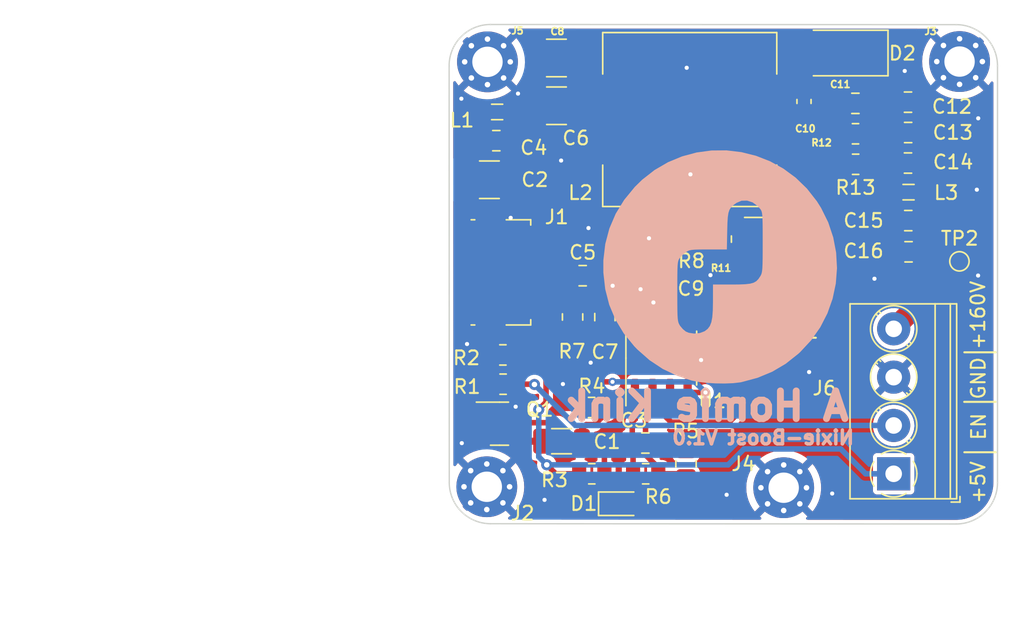
<source format=kicad_pcb>
(kicad_pcb (version 20211014) (generator pcbnew)
  (layers (0 "F.Cu" signal) (31 "B.Cu" signal) (34 "B.Paste" user) (35 "F.Paste" user) (36 "B.SilkS" user "B.Silkscreen") (37 "F.SilkS" user "F.Silkscreen") (38 "B.Mask" user) (39 "F.Mask" user) (44 "Edge.Cuts" user))
  (net 0 "")
  (net 1 "Net-(C1-Pad1)")
  (net 2 "GND")
  (net 3 "+5V")
  (net 4 "/COMP")
  (net 5 "Net-(C3-Pad2)")
  (net 6 "Net-(C5-Pad1)")
  (net 7 "+5V_1")
  (net 8 "/REF")
  (net 9 "Net-(C9-Pad1)")
  (net 10 "Net-(C10-Pad1)")
  (net 11 "Net-(C11-Pad1)")
  (net 12 "/FB")
  (net 13 "+160V")
  (net 14 "Net-(J1-Pad2)")
  (net 16 "/ENABLE")
  (net 17 "Net-(Q1-Pad1)")
  (net 18 "Net-(Q2-Pad1)")
  (net 19 "Net-(Q2-Pad4)")
  (net 20 "Net-(R10-Pad1)")
  (footprint "Inductor_SMD:L_0805_2012Metric" (layer "F.Cu") (at 123.89 85.71 180)
    (fp_text reference "L1" (at 2.55 -0.6) (layer "F.SilkS"))
    (fp_text value "60Ohm/100Mhz")
    (pad "1" smd roundrect locked (at -1.0625 0 180) (size 0.875 1.2) (layers "F.Cu" "F.Paste" "F.Mask") (net 7 "+5V_1"))
    (pad "2" smd roundrect locked (at 1.0625 0 180) (size 0.875 1.2) (layers "F.Cu" "F.Paste" "F.Mask") (net 3 "+5V"))
  )
  (footprint "Resistor_SMD:R_0805_2012Metric" (layer "F.Cu") (at 140.11 94.92 -90)
    (fp_text reference "R11" (at 2.1 0.01 180) (layer "F.SilkS") (effects (font (size 0.5 0.5) (thickness 0.125))))
    (fp_text value "0.1R,1/2W")
    (pad "1" smd roundrect locked (at -0.9125 0 270) (size 1.025 1.4) (layers "F.Cu" "F.Paste" "F.Mask") (roundrect_rratio 0.243902) (net 18 "Net-(Q2-Pad1)"))
    (pad "2" smd roundrect locked (at 0.9125 0 270) (size 1.025 1.4) (layers "F.Cu" "F.Paste" "F.Mask") (roundrect_rratio 0.243902) (net 2 "GND"))
  )
  (footprint "Resistor_SMD:R_0805_2012Metric" (layer "F.Cu") (at 129.35 100.56 90)
    (fp_text reference "R7" (at -2.49 -0.05 180) (layer "F.SilkS"))
    (fp_text value "60.4k")
    (pad "1" smd roundrect locked (at -0.9125 0 90) (size 1.025 1.4) (layers "F.Cu" "F.Paste" "F.Mask") (roundrect_rratio 0.243902) (net 8 "/REF"))
    (pad "2" smd roundrect locked (at 0.9125 0 90) (size 1.025 1.4) (layers "F.Cu" "F.Paste" "F.Mask") (roundrect_rratio 0.243902) (net 6 "Net-(C5-Pad1)"))
  )
  (footprint "Package_TO_SOT_SMD:SOT-23" (layer "F.Cu") (at 124.06 108.29)
    (fp_text reference "Q1" (at 2.905 -1.03 180) (layer "F.SilkS"))
    (fp_text value "MMBTA42")
    (pad "1" smd roundrect locked (at -0.9375 -0.95) (size 1.475 0.6) (layers "F.Cu" "F.Paste" "F.Mask") (net 17 "Net-(Q1-Pad1)"))
    (pad "2" smd roundrect locked (at -0.9375 0.95) (size 1.475 0.6) (layers "F.Cu" "F.Paste" "F.Mask") (net 2 "GND"))
    (pad "3" smd roundrect locked (at 0.9375 0) (size 1.475 0.6) (layers "F.Cu" "F.Paste" "F.Mask") (net 1 "Net-(C1-Pad1)"))
  )
  (footprint "Capacitor_SMD:C_1210_3225Metric" (layer "F.Cu") (at 123.33 90.62 180)
    (fp_text reference "C2" (at -3.29 0) (layer "F.SilkS"))
    (fp_text value "100uF/16V")
    (pad "1" smd roundrect locked (at -1.475 0 180) (size 1.15 2.7) (layers "F.Cu" "F.Paste" "F.Mask") (roundrect_rratio 0.217391) (net 3 "+5V"))
    (pad "2" smd roundrect locked (at 1.475 0 180) (size 1.15 2.7) (layers "F.Cu" "F.Paste" "F.Mask") (roundrect_rratio 0.217391) (net 2 "GND"))
  )
  (footprint "Capacitor_SMD:C_1210_3225Metric" (layer "F.Cu") (at 128.185 85.26)
    (fp_text reference "C6" (at 1.405 2.34 180) (layer "F.SilkS"))
    (fp_text value "100uF/16V")
    (pad "1" smd roundrect locked (at -1.475 0) (size 1.15 2.7) (layers "F.Cu" "F.Paste" "F.Mask") (roundrect_rratio 0.217391) (net 7 "+5V_1"))
    (pad "2" smd roundrect locked (at 1.475 0) (size 1.15 2.7) (layers "F.Cu" "F.Paste" "F.Mask") (roundrect_rratio 0.217391) (net 2 "GND"))
  )
  (footprint "MountingHole:MountingHole_2.2mm_M2_Pad_Via" (layer "F.Cu") (at 123.19 82.08)
    (fp_text reference "J5" (at 2.17 -2.25) (layer "F.SilkS") (effects (font (size 0.5 0.5) (thickness 0.125))))
    (fp_text value "Conn_01x01")
    (pad "1" thru_hole circle locked (at 0 0) (size 4.4 4.4) (drill 2.2) (layers *.Cu *.Mask) (net 2 "GND"))
    (pad "1" thru_hole circle locked (at -1.166726 1.166726) (size 0.7 0.7) (drill 0.4) (layers *.Cu *.Mask) (net 2 "GND"))
    (pad "1" thru_hole circle locked (at 0 1.65) (size 0.7 0.7) (drill 0.4) (layers *.Cu *.Mask) (net 2 "GND"))
    (pad "1" thru_hole circle locked (at 1.166726 1.166726) (size 0.7 0.7) (drill 0.4) (layers *.Cu *.Mask) (net 2 "GND"))
    (pad "1" thru_hole circle locked (at -1.65 0) (size 0.7 0.7) (drill 0.4) (layers *.Cu *.Mask) (net 2 "GND"))
    (pad "1" thru_hole circle locked (at -1.166726 -1.166726) (size 0.7 0.7) (drill 0.4) (layers *.Cu *.Mask) (net 2 "GND"))
    (pad "1" thru_hole circle locked (at 1.166726 -1.166726) (size 0.7 0.7) (drill 0.4) (layers *.Cu *.Mask) (net 2 "GND"))
    (pad "1" thru_hole circle locked (at 1.65 0) (size 0.7 0.7) (drill 0.4) (layers *.Cu *.Mask) (net 2 "GND"))
    (pad "1" thru_hole circle locked (at 0 -1.65) (size 0.7 0.7) (drill 0.4) (layers *.Cu *.Mask) (net 2 "GND"))
  )
  (footprint "Resistor_SMD:R_0805_2012Metric" (layer "F.Cu") (at 124.32 105.43 180)
    (fp_text reference "R1" (at 2.61 -0.18) (layer "F.SilkS"))
    (fp_text value "1k")
    (pad "1" smd roundrect locked (at -0.9125 0 180) (size 1.025 1.4) (layers "F.Cu" "F.Paste" "F.Mask") (roundrect_rratio 0.243902) (net 16 "/ENABLE"))
    (pad "2" smd roundrect locked (at 0.9125 0 180) (size 1.025 1.4) (layers "F.Cu" "F.Paste" "F.Mask") (roundrect_rratio 0.243902) (net 17 "Net-(Q1-Pad1)"))
  )
  (footprint "TerminalBlock_Phoenix:TerminalBlock_Phoenix_PT-1,5-4-3.5-H_1x04_P3.50mm_Horizontal" (layer "F.Cu") (at 152.59 111.92 90)
    (fp_text reference "J6" (at 6.2 -5.01) (layer "F.SilkS"))
    (fp_text value "Screw_Terminal_01x04")
    (pad "1" thru_hole rect locked (at 0 0 90) (size 2.4 2.4) (drill 1.2) (layers *.Cu *.Mask) (net 3 "+5V"))
    (pad "2" thru_hole circle locked (at 3.5 0 90) (size 2.4 2.4) (drill 1.2) (layers *.Cu *.Mask) (net 16 "/ENABLE"))
    (pad "3" thru_hole circle locked (at 7 0 90) (size 2.4 2.4) (drill 1.2) (layers *.Cu *.Mask) (net 2 "GND"))
    (pad "4" thru_hole circle locked (at 10.5 0 90) (size 2.4 2.4) (drill 1.2) (layers *.Cu *.Mask) (net 13 "+160V"))
  )
  (footprint "Package_SO:SOIC-8-1EP_3.9x4.9mm_P1.27mm_EP2.29x3mm" (layer "F.Cu") (at 145.25 95.91)
    (fp_text reference "Q2" (at -2.97 3.43) (layer "F.SilkS"))
    (fp_text value "FDS2672")
    (pad "1" smd roundrect locked (at -2.475 -1.905) (size 1.95 0.6) (layers "F.Cu" "F.Paste" "F.Mask") (net 18 "Net-(Q2-Pad1)"))
    (pad "2" smd roundrect locked (at -2.475 -0.635) (size 1.95 0.6) (layers "F.Cu" "F.Paste" "F.Mask") (net 18 "Net-(Q2-Pad1)"))
    (pad "3" smd roundrect locked (at -2.475 0.635) (size 1.95 0.6) (layers "F.Cu" "F.Paste" "F.Mask") (net 18 "Net-(Q2-Pad1)"))
    (pad "4" smd roundrect locked (at -2.475 1.905) (size 1.95 0.6) (layers "F.Cu" "F.Paste" "F.Mask") (net 19 "Net-(Q2-Pad4)"))
    (pad "5" smd roundrect locked (at 2.475 1.905) (size 1.95 0.6) (layers "F.Cu" "F.Paste" "F.Mask") (net 10 "Net-(C10-Pad1)"))
    (pad "6" smd roundrect locked (at 2.475 0.635) (size 1.95 0.6) (layers "F.Cu" "F.Paste" "F.Mask") (net 10 "Net-(C10-Pad1)"))
    (pad "7" smd roundrect locked (at 2.475 -0.635) (size 1.95 0.6) (layers "F.Cu" "F.Paste" "F.Mask") (net 10 "Net-(C10-Pad1)"))
    (pad "8" smd roundrect locked (at 2.475 -1.905) (size 1.95 0.6) (layers "F.Cu" "F.Paste" "F.Mask") (net 10 "Net-(C10-Pad1)"))
    (pad "9" smd rect locked (at 0 0) (size 2.29 3) (layers "F.Cu" "F.Mask"))
  )
  (footprint "Resistor_SMD:R_0805_2012Metric" (layer "F.Cu") (at 149.8275 87.29 180)
    (fp_text reference "R12" (at 2.4575 -0.65) (layer "F.SilkS") (effects (font (size 0.5 0.5) (thickness 0.125))))
    (fp_text value "634k")
    (pad "1" smd roundrect locked (at -0.9125 0 180) (size 1.025 1.4) (layers "F.Cu" "F.Paste" "F.Mask") (roundrect_rratio 0.243902) (net 11 "Net-(C11-Pad1)"))
    (pad "2" smd roundrect locked (at 0.9125 0 180) (size 1.025 1.4) (layers "F.Cu" "F.Paste" "F.Mask") (roundrect_rratio 0.243902) (net 12 "/FB"))
  )
  (footprint "MountingHole:MountingHole_2.2mm_M2_Pad_Via" (layer "F.Cu") (at 144.63 112.93)
    (fp_text reference "J4" (at -2.92 -1.73) (layer "F.SilkS"))
    (fp_text value "Conn_01x01")
    (pad "1" thru_hole circle locked (at 0 1.65) (size 0.7 0.7) (drill 0.4) (layers *.Cu *.Mask) (net 2 "GND"))
    (pad "1" thru_hole circle locked (at -1.65 0) (size 0.7 0.7) (drill 0.4) (layers *.Cu *.Mask) (net 2 "GND"))
    (pad "1" thru_hole circle locked (at 1.166726 -1.166726) (size 0.7 0.7) (drill 0.4) (layers *.Cu *.Mask) (net 2 "GND"))
    (pad "1" thru_hole circle locked (at 1.166726 1.166726) (size 0.7 0.7) (drill 0.4) (layers *.Cu *.Mask) (net 2 "GND"))
    (pad "1" thru_hole circle locked (at -1.166726 -1.166726) (size 0.7 0.7) (drill 0.4) (layers *.Cu *.Mask) (net 2 "GND"))
    (pad "1" thru_hole circle locked (at 0 0) (size 4.4 4.4) (drill 2.2) (layers *.Cu *.Mask) (net 2 "GND"))
    (pad "1" thru_hole circle locked (at 1.65 0) (size 0.7 0.7) (drill 0.4) (layers *.Cu *.Mask) (net 2 "GND"))
    (pad "1" thru_hole circle locked (at -1.166726 1.166726) (size 0.7 0.7) (drill 0.4) (layers *.Cu *.Mask) (net 2 "GND"))
    (pad "1" thru_hole circle locked (at 0 -1.65) (size 0.7 0.7) (drill 0.4) (layers *.Cu *.Mask) (net 2 "GND"))
  )
  (footprint "Capacitor_SMD:C_0805_2012Metric" (layer "F.Cu") (at 153.6675 95.84 180)
    (fp_text reference "C16" (at 3.26 0.06) (layer "F.SilkS"))
    (fp_text value "0.1uF/250V")
    (pad "1" smd roundrect locked (at -0.95 0 180) (size 1 1.45) (layers "F.Cu" "F.Paste" "F.Mask") (net 13 "+160V"))
    (pad "2" smd roundrect locked (at 0.95 0 180) (size 1 1.45) (layers "F.Cu" "F.Paste" "F.Mask") (net 2 "GND"))
  )
  (footprint "MountingHole:MountingHole_2.2mm_M2_Pad_Via" (layer "F.Cu") (at 157.36 82.06)
    (fp_text reference "J3" (at -2.1 -2.19) (layer "F.SilkS") (effects (font (size 0.5 0.5) (thickness 0.125))))
    (fp_text value "Conn_01x01")
    (pad "1" thru_hole circle locked (at -1.166726 -1.166726) (size 0.7 0.7) (drill 0.4) (layers *.Cu *.Mask) (net 2 "GND"))
    (pad "1" thru_hole circle locked (at 1.166726 1.166726) (size 0.7 0.7) (drill 0.4) (layers *.Cu *.Mask) (net 2 "GND"))
    (pad "1" thru_hole circle locked (at -1.166726 1.166726) (size 0.7 0.7) (drill 0.4) (layers *.Cu *.Mask) (net 2 "GND"))
    (pad "1" thru_hole circle locked (at 0 -1.65) (size 0.7 0.7) (drill 0.4) (layers *.Cu *.Mask) (net 2 "GND"))
    (pad "1" thru_hole circle locked (at 1.166726 -1.166726) (size 0.7 0.7) (drill 0.4) (layers *.Cu *.Mask) (net 2 "GND"))
    (pad "1" thru_hole circle locked (at 0 1.65) (size 0.7 0.7) (drill 0.4) (layers *.Cu *.Mask) (net 2 "GND"))
    (pad "1" thru_hole circle locked (at 0 0) (size 4.4 4.4) (drill 2.2) (layers *.Cu *.Mask) (net 2 "GND"))
    (pad "1" thru_hole circle locked (at -1.65 0) (size 0.7 0.7) (drill 0.4) (layers *.Cu *.Mask) (net 2 "GND"))
    (pad "1" thru_hole circle locked (at 1.65 0) (size 0.7 0.7) (drill 0.4) (layers *.Cu *.Mask) (net 2 "GND"))
  )
  (footprint "Resistor_SMD:R_0805_2012Metric" (layer "F.Cu") (at 149.8375 89.5)
    (fp_text reference "R13" (at -0.0075 1.6875) (layer "F.SilkS"))
    (fp_text value "7.68k")
    (pad "1" smd roundrect locked (at -0.9125 0) (size 1.025 1.4) (layers "F.Cu" "F.Paste" "F.Mask") (roundrect_rratio 0.243902) (net 12 "/FB"))
    (pad "2" smd roundrect locked (at 0.9125 0) (size 1.025 1.4) (layers "F.Cu" "F.Paste" "F.Mask") (roundrect_rratio 0.243902) (net 2 "GND"))
  )
  (footprint "Resistor_SMD:R_0805_2012Metric" (layer "F.Cu") (at 134.64 111.92)
    (fp_text reference "R6" (at 0.91 1.66) (layer "F.SilkS"))
    (fp_text value "NU")
    (pad "1" smd roundrect locked (at -0.9125 0) (size 1.025 1.4) (layers "F.Cu" "F.Paste" "F.Mask") (roundrect_rratio 0.243902) (net 4 "/COMP"))
    (pad "2" smd roundrect locked (at 0.9125 0) (size 1.025 1.4) (layers "F.Cu" "F.Paste" "F.Mask") (roundrect_rratio 0.243902) (net 12 "/FB"))
  )
  (footprint "Inductor_SMD:L_12x12mm_H6mm" (layer "F.Cu") (at 137.83 86.26 180)
    (fp_text reference "L2" (at 7.91 -5.3) (layer "F.SilkS"))
    (fp_text value "33uH/8MHz")
    (pad "1" smd rect locked (at -4.95 0 180) (size 2.9 5.4) (layers "F.Cu" "F.Paste" "F.Mask") (net 10 "Net-(C10-Pad1)"))
    (pad "2" smd rect locked (at 4.95 0 180) (size 2.9 5.4) (layers "F.Cu" "F.Paste" "F.Mask") (net 7 "+5V_1"))
  )
  (footprint "Capacitor_SMD:C_0805_2012Metric" (layer "F.Cu") (at 153.6375 87.2)
    (fp_text reference "C13" (at 3.2325 0 180) (layer "F.SilkS"))
    (fp_text value "1uF/250V")
    (pad "1" smd roundrect locked (at -0.95 0) (size 1 1.45) (layers "F.Cu" "F.Paste" "F.Mask") (net 11 "Net-(C11-Pad1)"))
    (pad "2" smd roundrect locked (at 0.95 0) (size 1 1.45) (layers "F.Cu" "F.Paste" "F.Mask") (net 2 "GND"))
  )
  (footprint "Package_SO:SOIC-8-1EP_3.9x4.9mm_P1.27mm_EP2.29x3mm" (layer "F.Cu") (at 135.77 103.54 90)
    (fp_text reference "U1" (at -3.11 3.69 180) (layer "F.SilkS"))
    (fp_text value "UCC3803")
    (pad "1" smd roundrect locked (at -2.475 -1.905 90) (size 1.95 0.6) (layers "F.Cu" "F.Paste" "F.Mask") (net 4 "/COMP"))
    (pad "2" smd roundrect locked (at -2.475 -0.635 90) (size 1.95 0.6) (layers "F.Cu" "F.Paste" "F.Mask") (net 12 "/FB"))
    (pad "3" smd roundrect locked (at -2.475 0.635 90) (size 1.95 0.6) (layers "F.Cu" "F.Paste" "F.Mask") (net 9 "Net-(C9-Pad1)"))
    (pad "4" smd roundrect locked (at -2.475 1.905 90) (size 1.95 0.6) (layers "F.Cu" "F.Paste" "F.Mask") (net 6 "Net-(C5-Pad1)"))
    (pad "5" smd roundrect locked (at 2.475 1.905 90) (size 1.95 0.6) (layers "F.Cu" "F.Paste" "F.Mask") (net 2 "GND"))
    (pad "6" smd roundrect locked (at 2.475 0.635 90) (size 1.95 0.6) (layers "F.Cu" "F.Paste" "F.Mask") (net 20 "Net-(R10-Pad1)"))
    (pad "7" smd roundrect locked (at 2.475 -0.635 90) (size 1.95 0.6) (layers "F.Cu" "F.Paste" "F.Mask") (net 7 "+5V_1"))
    (pad "8" smd roundrect locked (at 2.475 -1.905 90) (size 1.95 0.6) (layers "F.Cu" "F.Paste" "F.Mask") (net 8 "/REF"))
    (pad "9" smd rect locked (at 0 0 90) (size 2.29 3) (layers "F.Cu" "F.Mask"))
  )
  (footprint "Capacitor_SMD:C_0805_2012Metric" (layer "F.Cu") (at 153.6275 89.41)
    (fp_text reference "C14" (at 3.2625 -0.07 180) (layer "F.SilkS"))
    (fp_text value "0.1uF/250V")
    (pad "1" smd roundrect locked (at -0.95 0) (size 1 1.45) (layers "F.Cu" "F.Paste" "F.Mask") (net 11 "Net-(C11-Pad1)"))
    (pad "2" smd roundrect locked (at 0.95 0) (size 1 1.45) (layers "F.Cu" "F.Paste" "F.Mask") (net 2 "GND"))
  )
  (footprint "Capacitor_SMD:C_1210_3225Metric" (layer "F.Cu") (at 128.18 81.8 180)
    (fp_text reference "C8" (at -0.07 1.92 180) (layer "F.SilkS") (effects (font (size 0.5 0.5) (thickness 0.125))))
    (fp_text value "100uF/16V")
    (pad "1" smd roundrect locked (at -1.475 0 180) (size 1.15 2.7) (layers "F.Cu" "F.Paste" "F.Mask") (roundrect_rratio 0.217391) (net 7 "+5V_1"))
    (pad "2" smd roundrect locked (at 1.475 0 180) (size 1.15 2.7) (layers "F.Cu" "F.Paste" "F.Mask") (roundrect_rratio 0.217391) (net 2 "GND"))
  )
  (footprint "Capacitor_SMD:C_0805_2012Metric" (layer "F.Cu") (at 135.1925 98.56 180)
    (fp_text reference "C9" (at -2.73 0.05) (layer "F.SilkS"))
    (fp_text value "1nF")
    (pad "1" smd roundrect locked (at -0.95 0 180) (size 1 1.45) (layers "F.Cu" "F.Paste" "F.Mask") (net 9 "Net-(C9-Pad1)"))
    (pad "2" smd roundrect locked (at 0.95 0 180) (size 1 1.45) (layers "F.Cu" "F.Paste" "F.Mask") (net 2 "GND"))
  )
  (footprint "Capacitor_SMD:C_0805_2012Metric" (layer "F.Cu") (at 149.82 85.0875 180)
    (fp_text reference "C11" (at 1.09 1.3775) (layer "F.SilkS") (effects (font (size 0.5 0.5) (thickness 0.125))))
    (fp_text value "100pF/250V")
    (pad "1" smd roundrect locked (at -0.95 0 180) (size 1 1.45) (layers "F.Cu" "F.Paste" "F.Mask") (net 11 "Net-(C11-Pad1)"))
    (pad "2" smd roundrect locked (at 0.95 0 180) (size 1 1.45) (layers "F.Cu" "F.Paste" "F.Mask") (net 12 "/FB"))
  )
  (footprint "TestPoint:TestPoint_Pad_D1.0mm" (layer "F.Cu") (at 145.91 99.87)
    (fp_text reference "TP1" (at -0.12 1.74) (layer "F.SilkS"))
    (fp_text value "TestPoint")
    (pad "1" smd circle locked (at 0 0) (size 1 1) (layers "F.Cu" "F.Mask") (net 10 "Net-(C10-Pad1)"))
  )
  (footprint "Diode_SMD:D_SOD-323F" (layer "F.Cu") (at 132.73 114.09)
    (fp_text reference "D1" (at -2.57 -0.01) (layer "F.SilkS"))
    (fp_text value "BAT54J")
    (pad "1" smd rect locked (at -1.1 0) (size 0.5 0.5) (layers "F.Cu" "F.Paste" "F.Mask") (net 1 "Net-(C1-Pad1)"))
    (pad "2" smd rect locked (at 1.1 0) (size 0.5 0.5) (layers "F.Cu" "F.Paste" "F.Mask") (net 4 "/COMP"))
  )
  (footprint "Capacitor_SMD:C_0805_2012Metric" (layer "F.Cu") (at 131.69 100.57 90)
    (fp_text reference "C7" (at -2.52 0 180) (layer "F.SilkS"))
    (fp_text value "0.1uF/16V")
    (pad "1" smd roundrect locked (at -0.95 0 90) (size 1 1.45) (layers "F.Cu" "F.Paste" "F.Mask") (net 8 "/REF"))
    (pad "2" smd roundrect locked (at 0.95 0 90) (size 1 1.45) (layers "F.Cu" "F.Paste" "F.Mask") (net 2 "GND"))
  )
  (footprint "Resistor_SMD:R_0805_2012Metric" (layer "F.Cu") (at 140.28 101.1)
    (fp_text reference "R10" (at 0.12 1.67 180) (layer "F.SilkS"))
    (fp_text value "0R")
    (pad "1" smd roundrect locked (at -0.9125 0) (size 1.025 1.4) (layers "F.Cu" "F.Paste" "F.Mask") (roundrect_rratio 0.243902) (net 20 "Net-(R10-Pad1)"))
    (pad "2" smd roundrect locked (at 0.9125 0) (size 1.025 1.4) (layers "F.Cu" "F.Paste" "F.Mask") (roundrect_rratio 0.243902) (net 19 "Net-(Q2-Pad4)"))
  )
  (footprint "Capacitor_SMD:C_0805_2012Metric" (layer "F.Cu") (at 123.83 87.79)
    (fp_text reference "C4" (at 2.71 0.51 180) (layer "F.SilkS"))
    (fp_text value "0.1uF")
    (pad "1" smd roundrect locked (at -0.95 0) (size 1 1.45) (layers "F.Cu" "F.Paste" "F.Mask") (net 3 "+5V"))
    (pad "2" smd roundrect locked (at 0.95 0) (size 1 1.45) (layers "F.Cu" "F.Paste" "F.Mask") (net 2 "GND"))
  )
  (footprint "Resistor_SMD:R_0805_2012Metric" (layer "F.Cu") (at 124.305 103.31 180)
    (fp_text reference "R2" (at 2.635 -0.22) (layer "F.SilkS"))
    (fp_text value "100k")
    (pad "1" smd roundrect locked (at -0.9125 0 180) (size 1.025 1.4) (layers "F.Cu" "F.Paste" "F.Mask") (roundrect_rratio 0.243902) (net 3 "+5V"))
    (pad "2" smd roundrect locked (at 0.9125 0 180) (size 1.025 1.4) (layers "F.Cu" "F.Paste" "F.Mask") (roundrect_rratio 0.243902) (net 17 "Net-(Q1-Pad1)"))
  )
  (footprint "Capacitor_SMD:C_0805_2012Metric" (layer "F.Cu") (at 153.6275 85)
    (fp_text reference "C12" (at 3.1825 0.32) (layer "F.SilkS"))
    (fp_text value "1uF/250V")
    (pad "1" smd roundrect locked (at -0.95 0) (size 1 1.45) (layers "F.Cu" "F.Paste" "F.Mask") (net 11 "Net-(C11-Pad1)"))
    (pad "2" smd roundrect locked (at 0.95 0) (size 1 1.45) (layers "F.Cu" "F.Paste" "F.Mask") (net 2 "GND"))
  )
  (footprint "Resistor_SMD:R_0805_2012Metric" (layer "F.Cu") (at 135.1825 96.37)
    (fp_text reference "R8" (at 2.7675 0.13) (layer "F.SilkS"))
    (fp_text value "4.12k")
    (pad "1" smd roundrect locked (at -0.9125 0) (size 1.025 1.4) (layers "F.Cu" "F.Paste" "F.Mask") (roundrect_rratio 0.243902) (net 8 "/REF"))
    (pad "2" smd roundrect locked (at 0.9125 0) (size 1.025 1.4) (layers "F.Cu" "F.Paste" "F.Mask") (roundrect_rratio 0.243902) (net 9 "Net-(C9-Pad1)"))
  )
  (footprint "Capacitor_SMD:C_0805_2012Metric" (layer "F.Cu") (at 134.62 109.69)
    (fp_text reference "C3" (at -0.83 -1.64) (layer "F.SilkS"))
    (fp_text value "220pF")
    (pad "1" smd roundrect locked (at -0.95 0) (size 1 1.45) (layers "F.Cu" "F.Paste" "F.Mask") (net 4 "/COMP"))
    (pad "2" smd roundrect locked (at 0.95 0) (size 1 1.45) (layers "F.Cu" "F.Paste" "F.Mask") (net 5 "Net-(C3-Pad2)"))
  )
  (footprint "Inductor_SMD:L_0805_2012Metric" (layer "F.Cu") (at 153.6675 91.52 180)
    (fp_text reference "L3" (at -2.7225 -0.04 180) (layer "F.SilkS"))
    (fp_text value "60Ohm/100Mhz")
    (pad "1" smd roundrect locked (at -1.0625 0 180) (size 0.875 1.2) (layers "F.Cu" "F.Paste" "F.Mask") (net 13 "+160V"))
    (pad "2" smd roundrect locked (at 1.0625 0 180) (size 0.875 1.2) (layers "F.Cu" "F.Paste" "F.Mask") (net 11 "Net-(C11-Pad1)"))
  )
  (footprint "TestPoint:TestPoint_Pad_D1.0mm" (layer "F.Cu") (at 157.35 96.53)
    (fp_text reference "TP2" (at 0.02 -1.66) (layer "F.SilkS"))
    (fp_text value "TestPoint")
    (pad "1" smd circle locked (at 0 0) (size 1 1) (layers "F.Cu" "F.Mask") (net 13 "+160V"))
  )
  (footprint "Resistor_SMD:R_0805_2012Metric" (layer "F.Cu") (at 137.56 111.19 -90)
    (fp_text reference "R5" (at -2.36 0.02 180) (layer "F.SilkS"))
    (fp_text value "0R")
    (pad "1" smd roundrect locked (at -0.9125 0 270) (size 1.025 1.4) (layers "F.Cu" "F.Paste" "F.Mask") (roundrect_rratio 0.243902) (net 5 "Net-(C3-Pad2)"))
    (pad "2" smd roundrect locked (at 0.9125 0 270) (size 1.025 1.4) (layers "F.Cu" "F.Paste" "F.Mask") (roundrect_rratio 0.243902) (net 12 "/FB"))
  )
  (footprint "Capacitor_SMD:C_0603_1608Metric" (layer "F.Cu") (at 146.1 84.95 -90)
    (fp_text reference "C10" (at 1.97 -0.1 180) (layer "F.SilkS") (effects (font (size 0.5 0.5) (thickness 0.125))))
    (fp_text value "560pF/250V")
    (pad "1" smd roundrect locked (at -0.775 0 270) (size 0.9 0.95) (layers "F.Cu" "F.Paste" "F.Mask") (net 10 "Net-(C10-Pad1)"))
    (pad "2" smd roundrect locked (at 0.775 0 270) (size 0.9 0.95) (layers "F.Cu" "F.Paste" "F.Mask") (net 2 "GND"))
  )
  (footprint "Resistor_SMD:R_0805_2012Metric" (layer "F.Cu") (at 137.0925 94.18)
    (fp_text reference "R9" (at -2.6225 -0.33) (layer "F.SilkS"))
    (fp_text value "1k")
    (pad "1" smd roundrect locked (at -0.9125 0) (size 1.025 1.4) (layers "F.Cu" "F.Paste" "F.Mask") (roundrect_rratio 0.243902) (net 9 "Net-(C9-Pad1)"))
    (pad "2" smd roundrect locked (at 0.9125 0) (size 1.025 1.4) (layers "F.Cu" "F.Paste" "F.Mask") (roundrect_rratio 0.243902) (net 18 "Net-(Q2-Pad1)"))
  )
  (footprint "Capacitor_SMD:C_0805_2012Metric" (layer "F.Cu") (at 153.6475 93.58 180)
    (fp_text reference "C15" (at 3.24 0) (layer "F.SilkS"))
    (fp_text value "0.1uF/250V")
    (pad "1" smd roundrect locked (at -0.95 0 180) (size 1 1.45) (layers "F.Cu" "F.Paste" "F.Mask") (net 13 "+160V"))
    (pad "2" smd roundrect locked (at 0.95 0 180) (size 1 1.45) (layers "F.Cu" "F.Paste" "F.Mask") (net 2 "GND"))
  )
  (footprint "Connector_USB:USB_Micro-B_Molex_47346-0001" (layer "F.Cu") (at 124.61 97.33 -90)
    (fp_text reference "J1" (at -4.01 -3.59 180) (layer "F.SilkS"))
    (fp_text value "USB_B_Micro")
    (pad "1" smd rect locked (at -1.3 -1.46 270) (size 0.45 1.38) (layers "F.Cu" "F.Paste" "F.Mask") (net 3 "+5V"))
    (pad "2" smd rect locked (at -0.65 -1.46 270) (size 0.45 1.38) (layers "F.Cu" "F.Paste" "F.Mask") (net 14 "Net-(J1-Pad2)"))
    (pad "3" smd rect locked (at 0 -1.46 270) (size 0.45 1.38) (layers "F.Cu" "F.Paste" "F.Mask") (net 14 "Net-(J1-Pad2)"))
    (pad "4" smd rect locked (at 0.65 -1.46 270) (size 0.45 1.38) (layers "F.Cu" "F.Paste" "F.Mask"))
    (pad "5" smd rect locked (at 1.3 -1.46 270) (size 0.45 1.38) (layers "F.Cu" "F.Paste" "F.Mask") (net 2 "GND"))
    (pad "6" smd rect locked (at -2.4875 -1.375 270) (size 1.425 1.55) (layers "F.Cu" "F.Paste" "F.Mask") (net 2 "GND"))
    (pad "6" smd rect locked (at 2.4875 -1.375 270) (size 1.425 1.55) (layers "F.Cu" "F.Paste" "F.Mask") (net 2 "GND"))
    (pad "6" smd rect locked (at 1.55 1.2 270) (size 1 1.9) (layers "F.Cu" "F.Paste" "F.Mask") (net 2 "GND"))
    (pad "6" smd rect locked (at -3.375 1.2 270) (size 1.65 1.3) (layers "F.Cu" "F.Paste" "F.Mask") (net 2 "GND"))
    (pad "6" smd rect locked (at -1.15 1.2 270) (size 1.8 1.9) (layers "F.Cu" "F.Paste" "F.Mask") (net 2 "GND"))
    (pad "6" smd rect locked (at 3.375 1.2 270) (size 1.65 1.3) (layers "F.Cu" "F.Paste" "F.Mask") (net 2 "GND"))
  )
  (footprint "MountingHole:MountingHole_2.2mm_M2_Pad_Via" (layer "F.Cu") (at 123.14 112.86)
    (fp_text reference "J2" (at 2.59 1.92) (layer "F.SilkS"))
    (fp_text value "Conn_01x01")
    (pad "1" thru_hole circle locked (at 0 1.65) (size 0.7 0.7) (drill 0.4) (layers *.Cu *.Mask) (net 2 "GND"))
    (pad "1" thru_hole circle locked (at 1.166726 -1.166726) (size 0.7 0.7) (drill 0.4) (layers *.Cu *.Mask) (net 2 "GND"))
    (pad "1" thru_hole circle locked (at 0 -1.65) (size 0.7 0.7) (drill 0.4) (layers *.Cu *.Mask) (net 2 "GND"))
    (pad "1" thru_hole circle locked (at -1.65 0) (size 0.7 0.7) (drill 0.4) (layers *.Cu *.Mask) (net 2 "GND"))
    (pad "1" thru_hole circle locked (at -1.166726 1.166726) (size 0.7 0.7) (drill 0.4) (layers *.Cu *.Mask) (net 2 "GND"))
    (pad "1" thru_hole circle locked (at 1.166726 1.166726) (size 0.7 0.7) (drill 0.4) (layers *.Cu *.Mask) (net 2 "GND"))
    (pad "1" thru_hole circle locked (at 1.65 0) (size 0.7 0.7) (drill 0.4) (layers *.Cu *.Mask) (net 2 "GND"))
    (pad "1" thru_hole circle locked (at 0 0) (size 4.4 4.4) (drill 2.2) (layers *.Cu *.Mask) (net 2 "GND"))
    (pad "1" thru_hole circle locked (at -1.166726 -1.166726) (size 0.7 0.7) (drill 0.4) (layers *.Cu *.Mask) (net 2 "GND"))
  )
  (footprint "Resistor_SMD:R_0805_2012Metric" (layer "F.Cu") (at 130.74 111.92)
    (fp_text reference "R3" (at -2.7 0.45) (layer "F.SilkS"))
    (fp_text value "2k")
    (pad "1" smd roundrect locked (at -0.9125 0) (size 1.025 1.4) (layers "F.Cu" "F.Paste" "F.Mask") (roundrect_rratio 0.243902) (net 3 "+5V"))
    (pad "2" smd roundrect locked (at 0.9125 0) (size 1.025 1.4) (layers "F.Cu" "F.Paste" "F.Mask") (roundrect_rratio 0.243902) (net 1 "Net-(C1-Pad1)"))
  )
  (footprint "Resistor_SMD:R_0805_2012Metric" (layer "F.Cu") (at 130.7275 107.12 180)
    (fp_text reference "R4" (at -0.0125 1.55) (layer "F.SilkS"))
    (fp_text value "100k")
    (pad "1" smd roundrect locked (at -0.9125 0 180) (size 1.025 1.4) (layers "F.Cu" "F.Paste" "F.Mask") (roundrect_rratio 0.243902) (net 1 "Net-(C1-Pad1)"))
    (pad "2" smd roundrect locked (at 0.9125 0 180) (size 1.025 1.4) (layers "F.Cu" "F.Paste" "F.Mask") (roundrect_rratio 0.243902) (net 2 "GND"))
  )
  (footprint "Capacitor_SMD:C_1206_3216Metric" (layer "F.Cu") (at 128.55 109.56 180)
    (fp_text reference "C1" (at -3.29 -0.04) (layer "F.SilkS"))
    (fp_text value "47uF/16V")
    (pad "1" smd roundrect locked (at -1.475 0 180) (size 1.15 1.8) (layers "F.Cu" "F.Paste" "F.Mask") (roundrect_rratio 0.217391) (net 1 "Net-(C1-Pad1)"))
    (pad "2" smd roundrect locked (at 1.475 0 180) (size 1.15 1.8) (layers "F.Cu" "F.Paste" "F.Mask") (roundrect_rratio 0.217391) (net 2 "GND"))
  )
  (footprint "Capacitor_SMD:C_0805_2012Metric" (layer "F.Cu") (at 130.08 97.57)
    (fp_text reference "C5" (at 0 -1.68) (layer "F.SilkS"))
    (fp_text value "430pF")
    (pad "1" smd roundrect locked (at -0.95 0) (size 1 1.45) (layers "F.Cu" "F.Paste" "F.Mask") (net 6 "Net-(C5-Pad1)"))
    (pad "2" smd roundrect locked (at 0.95 0) (size 1 1.45) (layers "F.Cu" "F.Paste" "F.Mask") (net 2 "GND"))
  )
  (footprint "Diode_SMD:D_SMA" (layer "F.Cu") (at 148.78 81.44 180)
    (fp_text reference "D2" (at -4.44 -0.02) (layer "F.SilkS"))
    (fp_text value "ESD")
    (pad "1" smd rect locked (at -2 0 180) (size 2.5 1.8) (layers "F.Cu" "F.Paste" "F.Mask") (net 11 "Net-(C11-Pad1)"))
    (pad "2" smd rect locked (at 2 0 180) (size 2.5 1.8) (layers "F.Cu" "F.Paste" "F.Mask") (net 10 "Net-(C10-Pad1)"))
  )
  (footprint "Logo:homie_logo" (layer "B.Cu") (at 140.02 96.94 180)
    (fp_text reference "G***" hide)
    (fp_text value "LOGO" hide)
  )
  (gr_line (start 157.705 110.36) (end 159.975 110.36) (layer "F.SilkS") (width 0.15))
  (gr_line (start 157.705 103.12) (end 159.975 103.12) (layer "F.SilkS") (width 0.15))
  (gr_line (start 157.695 106.71) (end 159.965 106.71) (layer "F.SilkS") (width 0.15))
  (gr_line (start 123.404249 79.374249) (end 157.115751 79.384249) (layer "Edge.Cuts") (width 0.1))
  (gr_arc (start 120.414249 82.364249) (mid 121.29 80.25) (end 123.404249 79.374249) (layer "Edge.Cuts") (width 0.1))
  (gr_arc (start 160.105751 112.565751) (mid 159.23 114.68) (end 157.115751 115.555751) (layer "Edge.Cuts") (width 0.1))
  (gr_arc (start 123.414249 115.535751) (mid 121.3 114.66) (end 120.424249 112.545751) (layer "Edge.Cuts") (width 0.1))
  (gr_line (start 157.115751 115.555751) (end 123.414249 115.535751) (layer "Edge.Cuts") (width 0.1))
  (gr_arc (start 157.115751 79.384249) (mid 159.23 80.26) (end 160.105751 82.374249) (layer "Edge.Cuts") (width 0.1))
  (gr_line (start 160.105751 82.374249) (end 160.105751 112.565751) (layer "Edge.Cuts") (width 0.1))
  (gr_line (start 120.424249 112.545751) (end 120.414249 82.364249) (layer "Edge.Cuts") (width 0.1))
  (gr_text "Nixie-Boost V1.0" (at 143.14 109.3) (layer "B.SilkS") (effects (font (size 1 1) (thickness 0.25)) (justify mirror)))
  (gr_text "A Homie Kink" (at 139.06 107.02) (layer "B.SilkS") (effects (font (size 2 2) (thickness 0.5)) (justify mirror)))
  (gr_text "+160V" (at 158.69 100.43 90) (layer "F.SilkS") (effects (font (size 1 1))))
  (gr_text "EN" (at 158.74 108.5 90) (layer "F.SilkS") (effects (font (size 1 1))))
  (gr_text "GND" (at 158.72 105 90) (layer "F.SilkS") (effects (font (size 1 1))))
  (gr_text "+5V" (at 158.7 112.54 90) (layer "F.SilkS") (effects (font (size 1 1))))
  (segment (start 131.64 107.12) (end 131.64 107.66) (width 0.4) (layer "F.Cu") (net 1))
  (segment (start 130.33 108.36) (end 130.025 108.665) (width 0.4) (layer "F.Cu") (net 1))
  (segment (start 128.34 108.22) (end 125.0675 108.22) (width 0.4) (layer "F.Cu") (net 1))
  (segment (start 131.6525 114.0675) (end 131.63 114.09) (width 0.4) (layer "F.Cu") (net 1))
  (segment (start 131.64 107.66) (end 130.94 108.36) (width 0.4) (layer "F.Cu") (net 1))
  (segment (start 130.025 108.665) (end 130.025 109.56) (width 0.4) (layer "F.Cu") (net 1))
  (segment (start 130.025 109.56) (end 131.32 109.56) (width 0.4) (layer "F.Cu") (net 1))
  (segment (start 130.94 108.36) (end 130.33 108.36) (width 0.4) (layer "F.Cu") (net 1))
  (segment (start 131.6525 109.8925) (end 131.6525 111.92) (width 0.4) (layer "F.Cu") (net 1))
  (segment (start 129.68 109.56) (end 128.34 108.22) (width 0.4) (layer "F.Cu") (net 1))
  (segment (start 131.6525 111.92) (end 131.6525 114.0675) (width 0.4) (layer "F.Cu") (net 1))
  (segment (start 131.32 109.56) (end 131.6525 109.8925) (width 0.4) (layer "F.Cu") (net 1))
  (segment (start 125.0675 108.22) (end 124.9975 108.29) (width 0.4) (layer "F.Cu") (net 1))
  (segment (start 130.025 109.56) (end 129.68 109.56) (width 0.4) (layer "F.Cu") (net 1))
  (segment (start 131.69 98.86) (end 132.25 98.3) (width 0.4) (layer "F.Cu") (net 2))
  (segment (start 131.69 99.62) (end 131.69 98.86) (width 0.4) (layer "F.Cu") (net 2))
  (via (at 124.87 93.38) (size 0.6) (drill 0.3) (layers "F.Cu" "B.Cu") (net 2))
  (via (at 121.3 84.75) (size 0.6) (drill 0.3) (layers "F.Cu" "B.Cu") (net 2))
  (via (at 134.27 98.55) (size 0.6) (drill 0.3) (layers "F.Cu" "B.Cu") (net 2))
  (via (at 121.71 102.52) (size 0.6) (drill 0.3) (layers "F.Cu" "B.Cu") (net 2))
  (via (at 132.25 98.3) (size 0.6) (drill 0.3) (layers "F.Cu" "B.Cu") (net 2))
  (via (at 125.4 84.38) (size 0.6) (drill 0.3) (layers "F.Cu" "B.Cu") (net 2))
  (via (at 151.2 97.79) (size 0.6) (drill 0.3) (layers "F.Cu" "B.Cu") (net 2))
  (via (at 140.5 113.44) (size 0.6) (drill 0.3) (layers "F.Cu" "B.Cu") (net 2))
  (via (at 137.88 90.23) (size 0.6) (drill 0.3) (layers "F.Cu" "B.Cu") (net 2))
  (via (at 130.5 94.12) (size 0.6) (drill 0.3) (layers "F.Cu" "B.Cu") (net 2))
  (via (at 137.61 82.51) (size 0.6) (drill 0.3) (layers "F.Cu" "B.Cu") (net 2))
  (via (at 125.23 107.06) (size 0.6) (drill 0.3) (layers "F.Cu" "B.Cu") (net 2))
  (via (at 128.52 89.23) (size 0.6) (drill 0.3) (layers "F.Cu" "B.Cu") (net 2))
  (via (at 121.33 109.7) (size 0.6) (drill 0.3) (layers "F.Cu" "B.Cu") (net 2))
  (via (at 138.65 103.68) (size 0.6) (drill 0.3) (layers "F.Cu" "B.Cu") (net 2))
  (via (at 128.65 105.42) (size 0.6) (drill 0.3) (layers "F.Cu" "B.Cu") (net 2))
  (via (at 158.61 91.34) (size 0.6) (drill 0.3) (layers "F.Cu" "B.Cu") (net 2))
  (via (at 153.39 82.74) (size 0.6) (drill 0.3) (layers "F.Cu" "B.Cu") (net 2))
  (via (at 139.33 97.53) (size 0.6) (drill 0.3) (layers "F.Cu" "B.Cu") (net 2))
  (via (at 127.32 113.81) (size 0.6) (drill 0.3) (layers "F.Cu" "B.Cu") (net 2))
  (via (at 158.7 97.56) (size 0.6) (drill 0.3) (layers "F.Cu" "B.Cu") (net 2))
  (via (at 158.71 86.17) (size 0.6) (drill 0.3) (layers "F.Cu" "B.Cu") (net 2))
  (via (at 146.47 104.55) (size 0.6) (drill 0.3) (layers "F.Cu" "B.Cu") (net 2))
  (via (at 130.66 103.87) (size 0.6) (drill 0.3) (layers "F.Cu" "B.Cu") (net 2))
  (via (at 148.14 113.35) (size 0.6) (drill 0.3) (layers "F.Cu" "B.Cu") (net 2))
  (segment (start 127.43 102.53) (end 127.37 102.47) (width 0.4) (layer "F.Cu") (net 3))
  (segment (start 124.805 90.62) (end 124.805 89.715) (width 0.4) (layer "F.Cu") (net 3))
  (segment (start 124.805 89.715) (end 124.245 89.715) (width 1) (layer "F.Cu") (net 3))
  (segment (start 127.37 96.35) (end 127.05 96.03) (width 0.4) (layer "F.Cu") (net 3))
  (segment (start 126.53 103.31) (end 125.2175 103.31) (width 0.4) (layer "F.Cu") (net 3))
  (segment (start 127.37 102.47) (end 127.37 96.35) (width 0.4) (layer "F.Cu") (net 3))
  (segment (start 128.13 111.92) (end 129.8275 111.92) (width 0.4) (layer "F.Cu") (net 3))
  (segment (start 124.805 92.185) (end 124.805 90.62) (width 0.4) (layer "F.Cu") (net 3))
  (segment (start 124.245 89.715) (end 122.88 88.35) (width 1) (layer "F.Cu") (net 3))
  (segment (start 126.91 102.93) (end 127.37 102.47) (width 0.4) (layer "F.Cu") (net 3))
  (segment (start 122.8275 85.71) (end 122.8275 87.7375) (width 1.5) (layer "F.Cu") (net 3))
  (segment (start 122.88 88.35) (end 122.88 87.79) (width 1) (layer "F.Cu") (net 3))
  (segment (start 127.48 111.27) (end 128.13 111.92) (width 0.4) (layer "F.Cu") (net 3))
  (segment (start 127.63 93.51) (end 126.81 92.69) (width 0.4) (layer "F.Cu") (net 3))
  (segment (start 127.43 106.73) (end 127.43 102.53) (width 0.4) (layer "F.Cu") (net 3))
  (segment (start 126.9 107.26) (end 126.9 107.27) (width 0.4) (layer "F.Cu") (net 3))
  (segment (start 126.81 92.69) (end 125.31 92.69) (width 0.4) (layer "F.Cu") (net 3))
  (segment (start 126.07 96.03) (end 127.05 96.03) (width 0.4) (layer "F.Cu") (net 3))
  (segment (start 125.31 92.69) (end 124.805 92.185) (width 0.4) (layer "F.Cu") (net 3))
  (segment (start 127.43 106.73) (end 126.9 107.26) (width 0.4) (layer "F.Cu") (net 3))
  (segment (start 127.05 96.03) (end 127.63 95.45) (width 0.4) (layer "F.Cu") (net 3))
  (segment (start 126.91 102.93) (end 126.53 103.31) (width 0.4) (layer "F.Cu") (net 3))
  (segment (start 127.63 95.45) (end 127.63 93.51) (width 0.4) (layer "F.Cu") (net 3))
  (via (at 127.48 111.27) (size 0.8) (drill 0.4) (layers "F.Cu" "B.Cu") (net 3))
  (via (at 126.9 107.27) (size 0.8) (drill 0.4) (layers "F.Cu" "B.Cu") (net 3))
  (segment (start 148.76 110.12) (end 150.56 111.92) (width 0.4) (layer "B.Cu") (net 3))
  (segment (start 126.9 110.69) (end 126.9 107.27) (width 0.4) (layer "B.Cu") (net 3))
  (segment (start 150.56 111.92) (end 152.59 111.92) (width 0.4) (layer "B.Cu") (net 3))
  (segment (start 127.48 111.27) (end 126.9 110.69) (width 0.4) (layer "B.Cu") (net 3))
  (segment (start 140.61 111.27) (end 141.76 110.12) (width 0.4) (layer "B.Cu") (net 3))
  (segment (start 141.76 110.12) (end 148.76 110.12) (width 0.4) (layer "B.Cu") (net 3))
  (segment (start 127.48 111.27) (end 140.61 111.27) (width 0.4) (layer "B.Cu") (net 3))
  (segment (start 133.67 109.69) (end 133.67 108.17) (width 0.4) (layer "F.Cu") (net 4))
  (segment (start 133.83 114.09) (end 133.7275 113.9875) (width 0.4) (layer "F.Cu") (net 4))
  (segment (start 133.7275 111.92) (end 133.7275 109.7475) (width 0.4) (layer "F.Cu") (net 4))
  (segment (start 133.89 106.04) (end 133.865 106.015) (width 0.4) (layer "F.Cu") (net 4))
  (segment (start 133.7275 109.7475) (end 133.67 109.69) (width 0.4) (layer "F.Cu") (net 4))
  (segment (start 133.89 107.95) (end 133.89 106.04) (width 0.4) (layer "F.Cu") (net 4))
  (segment (start 133.7275 113.9875) (end 133.7275 111.92) (width 0.4) (layer "F.Cu") (net 4))
  (segment (start 133.67 108.17) (end 133.89 107.95) (width 0.4) (layer "F.Cu") (net 4))
  (segment (start 137.56 109.97) (end 137.22 109.63) (width 0.4) (layer "F.Cu") (net 5))
  (segment (start 137.56 110.2775) (end 137.56 109.97) (width 0.4) (layer "F.Cu") (net 5))
  (segment (start 137.22 109.63) (end 135.63 109.63) (width 0.4) (layer "F.Cu") (net 5))
  (segment (start 135.63 109.63) (end 135.57 109.69) (width 0.4) (layer "F.Cu") (net 5))
  (segment (start 128.18 100.15) (end 128.18 103.16) (width 0.4) (layer "F.Cu") (net 6))
  (segment (start 137.69 106.03) (end 137.675 106.015) (width 0.4) (layer "F.Cu") (net 6))
  (segment (start 128.6825 99.6475) (end 128.18 100.15) (width 0.4) (layer "F.Cu") (net 6))
  (segment (start 130.28 105.26) (end 132.24 105.26) (width 0.4) (layer "F.Cu") (net 6))
  (segment (start 128.26 103.24) (end 130.28 105.26) (width 0.4) (layer "F.Cu") (net 6))
  (segment (start 129.13 99.4275) (end 129.35 99.6475) (width 0.4) (layer "F.Cu") (net 6))
  (segment (start 128.18 103.16) (end 128.26 103.24) (width 0.4) (layer "F.Cu") (net 6))
  (segment (start 129.35 99.6475) (end 128.6825 99.6475) (width 0.4) (layer "F.Cu") (net 6))
  (segment (start 138.97 106.03) (end 137.69 106.03) (width 0.4) (layer "F.Cu") (net 6))
  (segment (start 129.13 97.57) (end 129.13 99.4275) (width 0.4) (layer "F.Cu") (net 6))
  (via (at 138.97 106.03) (size 0.6) (drill 0.3) (layers "F.Cu" "B.Cu") (net 6))
  (via (at 132.24 105.26) (size 0.6) (drill 0.3) (layers "F.Cu" "B.Cu") (net 6))
  (segment (start 132.24 105.26) (end 138.2 105.26) (width 0.4) (layer "B.Cu") (net 6))
  (segment (start 138.2 105.26) (end 138.97 106.03) (width 0.4) (layer "B.Cu") (net 6))
  (segment (start 132.88 92.86) (end 132.88 86.26) (width 0.5) (layer "F.Cu") (net 7))
  (segment (start 124.9525 85.71) (end 126.26 85.71) (width 1.5) (layer "F.Cu") (net 7))
  (segment (start 129.375 82.315) (end 126.71 84.98) (width 1.5) (layer "F.Cu") (net 7))
  (segment (start 132.88 85.025) (end 129.655 81.8) (width 1.5) (layer "F.Cu") (net 7))
  (segment (start 134.88 94.86) (end 132.88 92.86) (width 0.5) (layer "F.Cu") (net 7))
  (segment (start 129.655 81.8) (end 129.655 82.315) (width 1) (layer "F.Cu") (net 7))
  (segment (start 132.88 86.26) (end 132.88 85.025) (width 1.5) (layer "F.Cu") (net 7))
  (segment (start 135.15 101.05) (end 135.15 99.56) (width 0.5) (layer "F.Cu") (net 7))
  (segment (start 135.15 99.56) (end 135.2 99.51) (width 0.5) (layer "F.Cu") (net 7))
  (segment (start 135.135 101.065) (end 135.15 101.05) (width 0.5) (layer "F.Cu") (net 7))
  (segment (start 129.655 82.315) (end 129.375 82.315) (width 1.5) (layer "F.Cu") (net 7))
  (segment (start 126.71 84.98) (end 126.71 85.26) (width 1.5) (layer "F.Cu") (net 7))
  (segment (start 126.26 85.71) (end 126.71 85.26) (width 1.5) (layer "F.Cu") (net 7))
  (via (at 134.88 94.86) (size 0.6) (drill 0.3) (layers "F.Cu" "B.Cu") (net 7))
  (via (at 135.2 99.51) (size 0.6) (drill 0.3) (layers "F.Cu" "B.Cu") (net 7))
  (segment (start 135.2 95.18) (end 135.2 99.51) (width 0.5) (layer "B.Cu") (net 7))
  (segment (start 134.88 94.86) (end 135.2 95.18) (width 0.5) (layer "B.Cu") (net 7))
  (segment (start 133.185 101.065) (end 133.865 101.065) (width 0.4) (layer "F.Cu") (net 8))
  (segment (start 131.69 101.52) (end 132.73 101.52) (width 0.4) (layer "F.Cu") (net 8))
  (segment (start 131.6425 101.4725) (end 131.69 101.52) (width 0.4) (layer "F.Cu") (net 8))
  (segment (start 133.865 100.145) (end 133.02 99.3) (width 0.4) (layer "F.Cu") (net 8))
  (segment (start 132.73 101.52) (end 133.185 101.065) (width 0.4) (layer "F.Cu") (net 8))
  (segment (start 129.35 101.4725) (end 131.6425 101.4725) (width 0.4) (layer "F.Cu") (net 8))
  (segment (start 133.02 97.13) (end 133.78 96.37) (width 0.4) (layer "F.Cu") (net 8))
  (segment (start 133.02 99.3) (end 133.02 97.13) (width 0.4) (layer "F.Cu") (net 8))
  (segment (start 133.78 96.37) (end 134.27 96.37) (width 0.4) (layer "F.Cu") (net 8))
  (segment (start 133.865 101.065) (end 133.865 100.145) (width 0.4) (layer "F.Cu") (net 8))
  (segment (start 138.77 98.56) (end 136.1425 98.56) (width 0.4) (layer "F.Cu") (net 9))
  (segment (start 136.405 106.975) (end 136.97 107.54) (width 0.4) (layer "F.Cu") (net 9))
  (segment (start 136.405 106.015) (end 136.405 106.975) (width 0.4) (layer "F.Cu") (net 9))
  (segment (start 136.095 94.265) (end 136.18 94.18) (width 0.4) (layer "F.Cu") (net 9))
  (segment (start 140.28 100.07) (end 138.77 98.56) (width 0.4) (layer "F.Cu") (net 9))
  (segment (start 136.095 96.37) (end 136.095 98.5125) (width 0.4) (layer "F.Cu") (net 9))
  (segment (start 136.97 107.54) (end 138.79 107.54) (width 0.4) (layer "F.Cu") (net 9))
  (segment (start 140.28 106.05) (end 140.28 100.07) (width 0.4) (layer "F.Cu") (net 9))
  (segment (start 138.79 107.54) (end 140.28 106.05) (width 0.4) (layer "F.Cu") (net 9))
  (segment (start 136.095 98.5125) (end 136.1425 98.56) (width 0.4) (layer "F.Cu") (net 9))
  (segment (start 136.095 96.37) (end 136.095 94.265) (width 0.4) (layer "F.Cu") (net 9))
  (segment (start 142.78 89.97) (end 145.5 92.69) (width 0.4) (layer "F.Cu") (net 10))
  (segment (start 144.865 84.175) (end 142.78 86.26) (width 1.5) (layer "F.Cu") (net 10))
  (segment (start 146.1 82.12) (end 146.78 81.44) (width 1.5) (layer "F.Cu") (net 10))
  (segment (start 147.725 98.055) (end 145.91 99.87) (width 0.4) (layer "F.Cu") (net 10))
  (segment (start 142.78 86.26) (end 142.78 89.97) (width 0.4) (layer "F.Cu") (net 10))
  (segment (start 146.1 84.175) (end 144.865 84.175) (width 1.5) (layer "F.Cu") (net 10))
  (segment (start 145.5 92.69) (end 147.32 92.69) (width 0.4) (layer "F.Cu") (net 10))
  (segment (start 146.1 84.175) (end 146.1 82.12) (width 1.5) (layer "F.Cu") (net 10))
  (segment (start 147.32 92.69) (end 147.725 93.095) (width 0.4) (layer "F.Cu") (net 10))
  (segment (start 147.725 97.815) (end 147.725 98.055) (width 0.4) (layer "F.Cu") (net 10))
  (segment (start 147.725 93.095) (end 147.725 94.005) (width 0.4) (layer "F.Cu") (net 10))
  (segment (start 147.725 97.815) (end 147.725 94.005) (width 0.4) (layer "F.Cu") (net 10))
  (segment (start 152.6775 85) (end 152.6775 87.19) (width 1.5) (layer "F.Cu") (net 11))
  (segment (start 152.5975 87.29) (end 150.74 87.29) (width 1.5) (layer "F.Cu") (net 11))
  (segment (start 150.78 81.44) (end 150.78 85.0775) (width 1.5) (layer "F.Cu") (net 11))
  (segment (start 152.6775 91.4475) (end 152.605 91.52) (width 1.5) (layer "F.Cu") (net 11))
  (segment (start 152.6775 87.21) (end 152.6775 89.41) (width 1.5) (layer "F.Cu") (net 11))
  (segment (start 152.6775 87.19) (end 152.6875 87.2) (width 1.5) (layer "F.Cu") (net 11))
  (segment (start 152.6875 87.2) (end 152.6775 87.21) (width 1.5) (layer "F.Cu") (net 11))
  (segment (start 150.8575 85) (end 152.6775 85) (width 1.5) (layer "F.Cu") (net 11))
  (segment (start 150.77 85.0875) (end 150.8575 85) (width 1.5) (layer "F.Cu") (net 11))
  (segment (start 152.6875 87.2) (end 152.5975 87.29) (width 1.5) (layer "F.Cu") (net 11))
  (segment (start 150.78 85.0775) (end 150.77 85.0875) (width 1.5) (layer "F.Cu") (net 11))
  (segment (start 152.6775 89.41) (end 152.6775 91.4475) (width 1.5) (layer "F.Cu") (net 11))
  (segment (start 135.135 107.515) (end 135.135 106.015) (width 0.4) (layer "F.Cu") (net 12))
  (segment (start 148.87 85.0875) (end 148.87 89.445) (width 0.5) (layer "F.Cu") (net 12))
  (segment (start 135.135 106.015) (end 135.135 106.835) (width 0.4) (layer "F.Cu") (net 12))
  (segment (start 135.135 106.835) (end 136.48 108.18) (width 0.4) (layer "F.Cu") (net 12))
  (segment (start 148.91 90.62) (end 148.91 89.515) (width 0.4) (layer "F.Cu") (net 12))
  (segment (start 149.38 99.48) (end 149.38 91.09) (width 0.4) (layer "F.Cu") (net 12))
  (segment (start 148.91 89.515) (end 148.925 89.5) (width 0.4) (layer "F.Cu") (net 12))
  (segment (start 136.48 108.18) (end 140.68 108.18) (width 0.4) (layer "F.Cu") (net 12))
  (segment (start 135.5525 111.92) (end 137.3775 111.92) (width 0.4) (layer "F.Cu") (net 12))
  (segment (start 134.63 108.02) (end 135.135 107.515) (width 0.4) (layer "F.Cu") (net 12))
  (segment (start 140.68 108.18) (end 149.38 99.48) (width 0.4) (layer "F.Cu") (net 12))
  (segment (start 137.3775 111.92) (end 137.56 112.1025) (width 0.4) (layer "F.Cu") (net 12))
  (segment (start 135.5525 111.92) (end 135.5525 111.4725) (width 0.4) (layer "F.Cu") (net 12))
  (segment (start 134.63 110.55) (end 134.63 108.02) (width 0.4) (layer "F.Cu") (net 12))
  (segment (start 148.87 89.445) (end 148.925 89.5) (width 0.5) (layer "F.Cu") (net 12))
  (segment (start 135.5525 111.4725) (end 134.63 110.55) (width 0.4) (layer "F.Cu") (net 12))
  (segment (start 149.38 91.09) (end 148.91 90.62) (width 0.4) (layer "F.Cu") (net 12))
  (segment (start 155.19 95.84) (end 154.6175 95.84) (width 0.5) (layer "F.Cu") (net 13))
  (segment (start 154.6175 99.3925) (end 152.59 101.42) (width 1.5) (layer "F.Cu") (net 13))
  (segment (start 154.5975 93.58) (end 154.5975 95.82) (width 1.5) (layer "F.Cu") (net 13))
  (segment (start 154.5975 95.82) (end 154.6175 95.84) (width 1.5) (layer "F.Cu") (net 13))
  (segment (start 154.73 93.4475) (end 154.5975 93.58) (width 1.5) (layer "F.Cu") (net 13))
  (segment (start 155.88 96.53) (end 155.19 95.84) (width 0.5) (layer "F.Cu") (net 13))
  (segment (start 157.35 96.53) (end 155.88 96.53) (width 0.5) (layer "F.Cu") (net 13))
  (segment (start 154.73 91.52) (end 154.73 93.4475) (width 1.5) (layer "F.Cu") (net 13))
  (segment (start 154.6175 95.84) (end 154.6175 99.3925) (width 1.5) (layer "F.Cu") (net 13))
  (segment (start 126.07 96.68) (end 126.07 97.33) (width 0.4) (layer "F.Cu") (net 14))
  (segment (start 126.57 105.43) (end 126.59 105.45) (width 0.4) (layer "F.Cu") (net 16))
  (segment (start 125.2325 105.43) (end 126.57 105.43) (width 0.4) (layer "F.Cu") (net 16))
  (via (at 126.59 105.45) (size 0.8) (drill 0.4) (layers "F.Cu" "B.Cu") (net 16))
  (segment (start 129.56 108.42) (end 126.59 105.45) (width 0.4) (layer "B.Cu") (net 16))
  (segment (start 152.59 108.42) (end 129.56 108.42) (width 0.4) (layer "B.Cu") (net 16))
  (segment (start 123.4075 105.43) (end 123.4075 107.055) (width 0.4) (layer "F.Cu") (net 17))
  (segment (start 123.4075 105.43) (end 123.4075 103.325) (width 0.4) (layer "F.Cu") (net 17))
  (segment (start 123.4075 103.325) (end 123.3925 103.31) (width 0.4) (layer "F.Cu") (net 17))
  (segment (start 123.4075 107.055) (end 123.1225 107.34) (width 0.4) (layer "F.Cu") (net 17))
  (segment (start 139.9375 94.18) (end 140.11 94.0075) (width 0.4) (layer "F.Cu") (net 18))
  (segment (start 142.7725 94.0075) (end 142.775 94.005) (width 0.4) (layer "F.Cu") (net 18))
  (segment (start 138.005 94.18) (end 139.9375 94.18) (width 0.4) (layer "F.Cu") (net 18))
  (segment (start 142.775 94.005) (end 142.775 96.545) (width 0.4) (layer "F.Cu") (net 18))
  (segment (start 140.11 94.0075) (end 142.7725 94.0075) (width 0.4) (layer "F.Cu") (net 18))
  (segment (start 141.1925 101.1) (end 142.02 101.1) (width 0.4) (layer "F.Cu") (net 19))
  (segment (start 142.775 100.345) (end 142.775 97.815) (width 0.4) (layer "F.Cu") (net 19))
  (segment (start 142.02 101.1) (end 142.775 100.345) (width 0.4) (layer "F.Cu") (net 19))
  (segment (start 136.405 100.215) (end 136.405 101.065) (width 0.4) (layer "F.Cu") (net 20))
  (segment (start 139.3675 100.1175) (end 138.82 99.57) (width 0.4) (layer "F.Cu") (net 20))
  (segment (start 137.05 99.57) (end 136.405 100.215) (width 0.4) (layer "F.Cu") (net 20))
  (segment (start 139.3675 101.1) (end 139.3675 100.1175) (width 0.4) (layer "F.Cu") (net 20))
  (segment (start 138.82 99.57) (end 137.05 99.57) (width 0.4) (layer "F.Cu") (net 20))
  (zone (net 2) (net_name "GND") (layer "F.Cu") (connect_pads (clearance 0.3)) (min_thickness 0.2) (fill yes (thermal_gap 0.508) (thermal_bridge_width 0.508))
    (polygon (pts (xy 161.1 116.2) (xy 119.54 116.3) (xy 119.52 116.3) (xy 119.52 78.37) (xy 161.31 78.26)))
  )
  (zone (net 2) (net_name "GND") (layer "B.Cu") (connect_pads (clearance 0.3)) (min_thickness 0.2) (fill yes (thermal_gap 0.508) (thermal_bridge_width 0.508))
    (polygon (pts (xy 161.9 117.2) (xy 119.01 116.64) (xy 118.76 77.6) (xy 161.9 77.6)))
  )
)
</source>
